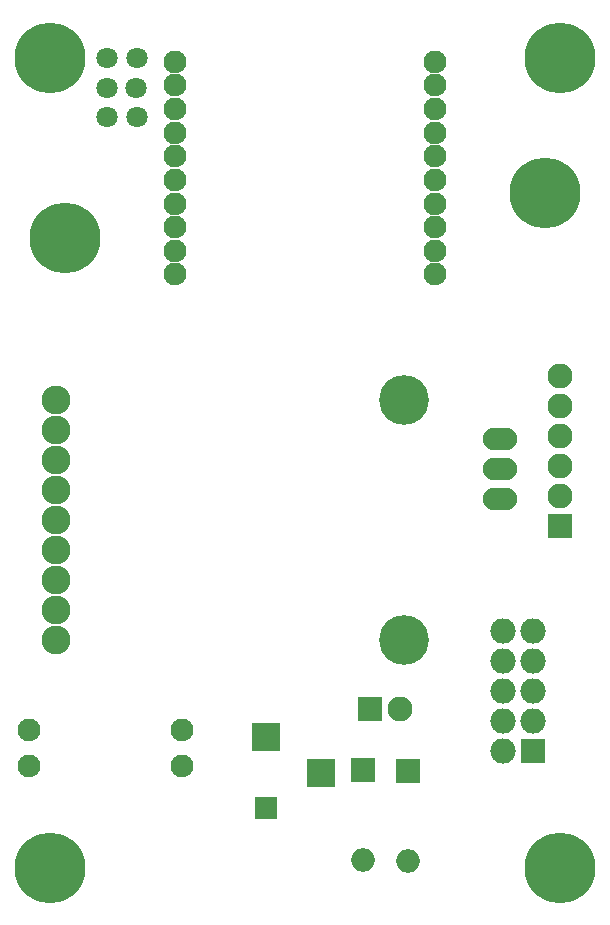
<source format=gbr>
G04 #@! TF.FileFunction,Soldermask,Bot*
%FSLAX46Y46*%
G04 Gerber Fmt 4.6, Leading zero omitted, Abs format (unit mm)*
G04 Created by KiCad (PCBNEW 4.0.6) date Monday, July 31, 2017 'PMt' 07:30:22 PM*
%MOMM*%
%LPD*%
G01*
G04 APERTURE LIST*
%ADD10C,0.100000*%
%ADD11C,1.930400*%
%ADD12C,2.438400*%
%ADD13C,4.216400*%
%ADD14C,1.806400*%
%ADD15R,2.006400X2.006400*%
%ADD16O,2.006400X2.006400*%
%ADD17R,2.438400X2.438400*%
%ADD18R,1.930400X1.930400*%
%ADD19R,2.133600X2.133600*%
%ADD20O,2.133600X2.133600*%
%ADD21R,2.106400X2.106400*%
%ADD22O,2.106400X2.106400*%
%ADD23O,2.905760X1.907540*%
%ADD24C,5.994400*%
G04 APERTURE END LIST*
D10*
D11*
X112699800Y-38455600D03*
X112699800Y-40455596D03*
X112699800Y-42455592D03*
X112699800Y-44455588D03*
X112699800Y-46455584D03*
X112699800Y-48455580D03*
X112699800Y-50457100D03*
X112699800Y-52456080D03*
X112699800Y-54457600D03*
X112699800Y-56455564D03*
X134696200Y-56455564D03*
X134696200Y-54457600D03*
X134696200Y-52456080D03*
X134696200Y-50455576D03*
X134696200Y-48455580D03*
X134696200Y-46455584D03*
X134696200Y-44455588D03*
X134696200Y-42455592D03*
X134696200Y-40455596D03*
X134696200Y-38455600D03*
D12*
X102616000Y-67056000D03*
X102616000Y-69596000D03*
X102616000Y-72136000D03*
X102616000Y-74676000D03*
X102616000Y-77216000D03*
X102616000Y-79756000D03*
X102616000Y-82296000D03*
X102616000Y-84836000D03*
X102616000Y-87376000D03*
D13*
X132080000Y-67056000D03*
X132080000Y-87376000D03*
D11*
X113284000Y-98044000D03*
X100330000Y-98044000D03*
X100330000Y-94996000D03*
X113284000Y-94996000D03*
D14*
X106974000Y-43129200D03*
X109474000Y-43129200D03*
X106934000Y-40640000D03*
X109434000Y-40640000D03*
X106948600Y-38100000D03*
X109448600Y-38100000D03*
D15*
X132384800Y-98475800D03*
D16*
X132384800Y-106095800D03*
D15*
X128625600Y-98450400D03*
D16*
X128625600Y-106070400D03*
D17*
X120396000Y-95653860D03*
D18*
X120396000Y-101653340D03*
D17*
X125095000Y-98653600D03*
D19*
X143002000Y-96774000D03*
D20*
X140462000Y-96774000D03*
X143002000Y-94234000D03*
X140462000Y-94234000D03*
X143002000Y-91694000D03*
X140462000Y-91694000D03*
X143002000Y-89154000D03*
X140462000Y-89154000D03*
X143002000Y-86614000D03*
X140462000Y-86614000D03*
D21*
X145288000Y-77724000D03*
D22*
X145288000Y-75184000D03*
X145288000Y-72644000D03*
X145288000Y-70104000D03*
X145288000Y-67564000D03*
X145288000Y-65024000D03*
D21*
X129235200Y-93294200D03*
D22*
X131775200Y-93294200D03*
D23*
X140208000Y-72898000D03*
X140208000Y-75438000D03*
X140208000Y-70358000D03*
D24*
X102108000Y-106680000D03*
X103378000Y-53340000D03*
X145288000Y-106680000D03*
X144018000Y-49530000D03*
X145288000Y-38100000D03*
X102108000Y-38100000D03*
M02*

</source>
